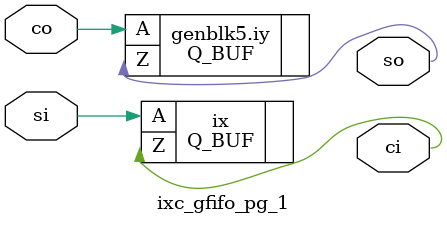
<source format=v>

`ifndef _2_                      
`ifdef CBV                      
`define _2_                      
`else                      
`define _2_ (* _2_state_ *)                      
`endif                      
`endif
`_2_ (* upf_always_on = 1 *) 
module ixc_gfifo_pg_1 ( so, ci, co, si);
// pragma CVASTRPROP MODULE HDLICE HDL_MODULE_ATTRIBUTE "0 vlog"
output so;
output [0:0] ci;
input [0:0] co;
input si;
Q_BUF ix ( .A(si), .Z(ci[0]));
Q_BUF \genblk5.iy ( .A(co[0]), .Z(so));
// pragma CVASTRPROP MODULE HDLICE CVAIUSNAMES_FORGEN_LABEL "genblk4"
// pragma CVASTRPROP MODULE HDLICE HDL_TEMPLATE "ixc_gfifo_pg"
// pragma CVASTRPROP MODULE HDLICE HDL_TEMPLATE_LIB "ixcom_temp_library"
// pragma CVASTRPROP MODULE HDLICE PROP_IXCOM_MOD TRUE
endmodule

</source>
